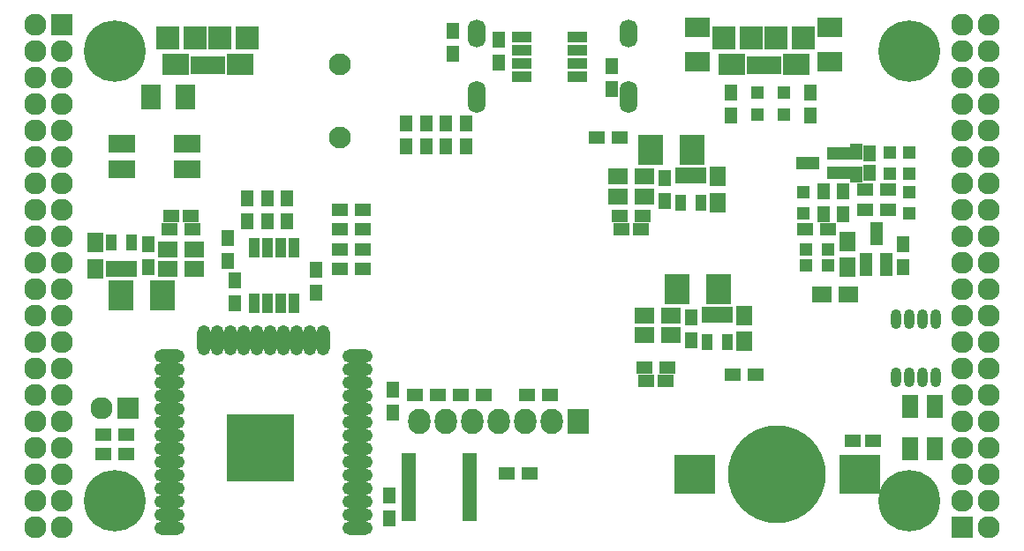
<source format=gbs>
G04 #@! TF.FileFunction,Soldermask,Bot*
%FSLAX46Y46*%
G04 Gerber Fmt 4.6, Leading zero omitted, Abs format (unit mm)*
G04 Created by KiCad (PCBNEW 4.0.5+dfsg1-4) date Thu May 18 22:33:06 2017*
%MOMM*%
%LPD*%
G01*
G04 APERTURE LIST*
%ADD10C,0.100000*%
%ADD11R,3.900000X3.700000*%
%ADD12C,9.400000*%
%ADD13R,2.432000X1.924000*%
%ADD14R,2.400000X2.900000*%
%ADD15R,1.100000X1.600000*%
%ADD16R,1.650000X1.900000*%
%ADD17R,1.900000X1.650000*%
%ADD18R,1.924000X2.432000*%
%ADD19O,1.009600X1.873200*%
%ADD20R,1.200000X1.300000*%
%ADD21R,1.300000X1.200000*%
%ADD22C,2.100000*%
%ADD23R,1.200000X2.300000*%
%ADD24R,2.300000X1.200000*%
%ADD25R,1.600000X1.150000*%
%ADD26R,1.150000X1.600000*%
%ADD27R,1.600000X1.300000*%
%ADD28R,1.300000X1.600000*%
%ADD29O,1.700000X3.100000*%
%ADD30O,1.700000X2.700000*%
%ADD31R,1.000000X1.950000*%
%ADD32R,1.950000X1.000000*%
%ADD33O,2.900000X1.300000*%
%ADD34O,1.300000X2.900000*%
%ADD35R,6.400000X6.400000*%
%ADD36R,2.127200X2.127200*%
%ADD37O,2.127200X2.127200*%
%ADD38C,5.900000*%
%ADD39R,1.400000X0.800000*%
%ADD40R,1.600000X2.200000*%
%ADD41R,2.600000X1.800000*%
%ADD42R,2.127200X2.432000*%
%ADD43O,2.127200X2.432000*%
%ADD44R,2.500000X2.000000*%
%ADD45R,2.300000X2.300000*%
%ADD46R,0.800000X1.750000*%
%ADD47R,2.200000X2.300000*%
G04 APERTURE END LIST*
D10*
D11*
X174390000Y-105870000D03*
X158590000Y-105870000D03*
D12*
X166490000Y-105870000D03*
D13*
X171570000Y-62944000D03*
X171570000Y-66246000D03*
D14*
X160870000Y-88090000D03*
X156870000Y-88090000D03*
D15*
X159825000Y-90600000D03*
X160775000Y-90600000D03*
X161725000Y-90600000D03*
X161725000Y-93200000D03*
X159825000Y-93200000D03*
D14*
X158330000Y-74755000D03*
X154330000Y-74755000D03*
D15*
X157285000Y-77235000D03*
X158235000Y-77235000D03*
X159185000Y-77235000D03*
X159185000Y-79835000D03*
X157285000Y-79835000D03*
D14*
X103530000Y-88725000D03*
X107530000Y-88725000D03*
D15*
X104575000Y-86215000D03*
X103625000Y-86215000D03*
X102675000Y-86215000D03*
X102675000Y-83615000D03*
X104575000Y-83615000D03*
D16*
X101085000Y-83665000D03*
X101085000Y-86165000D03*
D17*
X153810000Y-90630000D03*
X156310000Y-90630000D03*
X153810000Y-92535000D03*
X156310000Y-92535000D03*
D16*
X163315000Y-93150000D03*
X163315000Y-90650000D03*
D17*
X151270000Y-79200000D03*
X153770000Y-79200000D03*
X151270000Y-77295000D03*
X153770000Y-77295000D03*
D16*
X160775000Y-79815000D03*
X160775000Y-77315000D03*
D17*
X110590000Y-84280000D03*
X108090000Y-84280000D03*
X110590000Y-86185000D03*
X108090000Y-86185000D03*
D18*
X106419000Y-69675000D03*
X109721000Y-69675000D03*
D13*
X158870000Y-66246000D03*
X158870000Y-62944000D03*
D19*
X181730000Y-96599000D03*
X180460000Y-96599000D03*
X179190000Y-96599000D03*
X177920000Y-96599000D03*
X177920000Y-91011000D03*
X179190000Y-91011000D03*
X180460000Y-91011000D03*
X181730000Y-91011000D03*
D16*
X173221000Y-86038000D03*
X173221000Y-83538000D03*
D20*
X169250000Y-84280000D03*
X171350000Y-84280000D03*
D21*
X179190000Y-80885000D03*
X179190000Y-78785000D03*
X177285000Y-74975000D03*
X177285000Y-77075000D03*
X169030000Y-80885000D03*
X169030000Y-78785000D03*
D22*
X124580000Y-66540000D03*
X124580000Y-73540000D03*
D23*
X176965000Y-85780000D03*
X175065000Y-85780000D03*
X176015000Y-82780000D03*
D24*
X172435000Y-75075000D03*
X172435000Y-76975000D03*
X169435000Y-76025000D03*
D25*
X153910000Y-96910000D03*
X155810000Y-96910000D03*
X151570000Y-82375000D03*
X153470000Y-82375000D03*
X110290000Y-81105000D03*
X108390000Y-81105000D03*
D26*
X175380000Y-75075000D03*
X175380000Y-76975000D03*
D27*
X169200000Y-82375000D03*
X171400000Y-82375000D03*
D28*
X172840000Y-80935000D03*
X172840000Y-78735000D03*
D27*
X177115000Y-80470000D03*
X174915000Y-80470000D03*
D28*
X174110000Y-74925000D03*
X174110000Y-77125000D03*
X178555000Y-83815000D03*
X178555000Y-86015000D03*
X113785000Y-83180000D03*
X113785000Y-85380000D03*
X170935000Y-80935000D03*
X170935000Y-78735000D03*
X129280000Y-107900000D03*
X129280000Y-110100000D03*
D27*
X142780000Y-105800000D03*
X140580000Y-105800000D03*
X177115000Y-78565000D03*
X174915000Y-78565000D03*
X153760000Y-95640000D03*
X155960000Y-95640000D03*
X110440000Y-82375000D03*
X108240000Y-82375000D03*
X151420000Y-81105000D03*
X153620000Y-81105000D03*
D28*
X158235000Y-90800000D03*
X158235000Y-93000000D03*
X106165000Y-86015000D03*
X106165000Y-83815000D03*
X155695000Y-77465000D03*
X155695000Y-79665000D03*
D27*
X126782000Y-86185000D03*
X124582000Y-86185000D03*
X126782000Y-84279000D03*
X124582000Y-84279000D03*
X126782000Y-82375000D03*
X124582000Y-82375000D03*
X126782000Y-80470000D03*
X124582000Y-80470000D03*
D28*
X130930000Y-74417000D03*
X130930000Y-72217000D03*
X132835000Y-74417000D03*
X132835000Y-72217000D03*
X134740000Y-74417000D03*
X134740000Y-72217000D03*
X136645000Y-74417000D03*
X136645000Y-72217000D03*
D29*
X152280000Y-69650000D03*
X137680000Y-69650000D03*
D30*
X137680000Y-63600000D03*
X152280000Y-63600000D03*
D31*
X116325000Y-84120000D03*
X117595000Y-84120000D03*
X118865000Y-84120000D03*
X120135000Y-84120000D03*
X120135000Y-89520000D03*
X118865000Y-89520000D03*
X117595000Y-89520000D03*
X116325000Y-89520000D03*
D25*
X173795000Y-102695000D03*
X175695000Y-102695000D03*
D32*
X141980000Y-67705000D03*
X141980000Y-66435000D03*
X141980000Y-65165000D03*
X141980000Y-63895000D03*
X147380000Y-63895000D03*
X147380000Y-65165000D03*
X147380000Y-66435000D03*
X147380000Y-67705000D03*
D20*
X171350000Y-85804000D03*
X169250000Y-85804000D03*
D21*
X179190000Y-77075000D03*
X179190000Y-74975000D03*
D33*
X126260434Y-111030338D03*
X126260434Y-109760338D03*
X126260434Y-108490338D03*
X126260434Y-107220338D03*
X126260434Y-105950338D03*
X126260434Y-104680338D03*
X126260434Y-103410338D03*
X126260434Y-102140338D03*
X126260434Y-100870338D03*
X126260434Y-99600338D03*
X126260434Y-98330338D03*
X126260434Y-97060338D03*
X126260434Y-95790338D03*
X126260434Y-94520338D03*
D34*
X122975434Y-93030338D03*
X121705434Y-93030338D03*
X120435434Y-93030338D03*
X119165434Y-93030338D03*
X117895434Y-93030338D03*
X116625434Y-93030338D03*
X115355434Y-93030338D03*
X114085434Y-93030338D03*
X112815434Y-93030338D03*
X111545434Y-93030338D03*
D33*
X108260434Y-94520338D03*
X108260434Y-95790338D03*
X108260434Y-97060338D03*
X108260434Y-98330338D03*
X108260434Y-99600338D03*
X108260434Y-100870338D03*
X108260434Y-102140338D03*
X108260434Y-103410338D03*
X108260434Y-104680338D03*
X108260434Y-105950338D03*
X108260434Y-107220338D03*
X108260434Y-108490338D03*
X108260434Y-109760338D03*
X108260434Y-111030338D03*
D35*
X116960434Y-103330338D03*
D36*
X97910000Y-62690000D03*
D37*
X95370000Y-62690000D03*
X97910000Y-65230000D03*
X95370000Y-65230000D03*
X97910000Y-67770000D03*
X95370000Y-67770000D03*
X97910000Y-70310000D03*
X95370000Y-70310000D03*
X97910000Y-72850000D03*
X95370000Y-72850000D03*
X97910000Y-75390000D03*
X95370000Y-75390000D03*
X97910000Y-77930000D03*
X95370000Y-77930000D03*
X97910000Y-80470000D03*
X95370000Y-80470000D03*
X97910000Y-83010000D03*
X95370000Y-83010000D03*
X97910000Y-85550000D03*
X95370000Y-85550000D03*
X97910000Y-88090000D03*
X95370000Y-88090000D03*
X97910000Y-90630000D03*
X95370000Y-90630000D03*
X97910000Y-93170000D03*
X95370000Y-93170000D03*
X97910000Y-95710000D03*
X95370000Y-95710000D03*
X97910000Y-98250000D03*
X95370000Y-98250000D03*
X97910000Y-100790000D03*
X95370000Y-100790000D03*
X97910000Y-103330000D03*
X95370000Y-103330000D03*
X97910000Y-105870000D03*
X95370000Y-105870000D03*
X97910000Y-108410000D03*
X95370000Y-108410000D03*
X97910000Y-110950000D03*
X95370000Y-110950000D03*
D36*
X184270000Y-110950000D03*
D37*
X186810000Y-110950000D03*
X184270000Y-108410000D03*
X186810000Y-108410000D03*
X184270000Y-105870000D03*
X186810000Y-105870000D03*
X184270000Y-103330000D03*
X186810000Y-103330000D03*
X184270000Y-100790000D03*
X186810000Y-100790000D03*
X184270000Y-98250000D03*
X186810000Y-98250000D03*
X184270000Y-95710000D03*
X186810000Y-95710000D03*
X184270000Y-93170000D03*
X186810000Y-93170000D03*
X184270000Y-90630000D03*
X186810000Y-90630000D03*
X184270000Y-88090000D03*
X186810000Y-88090000D03*
X184270000Y-85550000D03*
X186810000Y-85550000D03*
X184270000Y-83010000D03*
X186810000Y-83010000D03*
X184270000Y-80470000D03*
X186810000Y-80470000D03*
X184270000Y-77930000D03*
X186810000Y-77930000D03*
X184270000Y-75390000D03*
X186810000Y-75390000D03*
X184270000Y-72850000D03*
X186810000Y-72850000D03*
X184270000Y-70310000D03*
X186810000Y-70310000D03*
X184270000Y-67770000D03*
X186810000Y-67770000D03*
X184270000Y-65230000D03*
X186810000Y-65230000D03*
X184270000Y-62690000D03*
X186810000Y-62690000D03*
D38*
X102990000Y-108410000D03*
X179190000Y-108410000D03*
X179190000Y-65230000D03*
X102990000Y-65230000D03*
D21*
X167125000Y-69260000D03*
X167125000Y-71360000D03*
X164585000Y-69260000D03*
X164585000Y-71360000D03*
D28*
X162045000Y-71410000D03*
X162045000Y-69210000D03*
X139820000Y-66330000D03*
X139820000Y-64130000D03*
X135375000Y-63300000D03*
X135375000Y-65500000D03*
X150615000Y-68870000D03*
X150615000Y-66670000D03*
D27*
X151380000Y-73600000D03*
X149180000Y-73600000D03*
D39*
X137005000Y-104215000D03*
X137005000Y-104865000D03*
X137005000Y-105515000D03*
X137005000Y-106165000D03*
X137005000Y-106815000D03*
X137005000Y-107465000D03*
X137005000Y-108115000D03*
X137005000Y-108765000D03*
X137005000Y-109415000D03*
X137005000Y-110065000D03*
X131205000Y-110065000D03*
X131205000Y-109415000D03*
X131205000Y-108765000D03*
X131205000Y-108115000D03*
X131205000Y-107465000D03*
X131205000Y-106815000D03*
X131205000Y-106165000D03*
X131205000Y-105515000D03*
X131205000Y-104865000D03*
X131205000Y-104215000D03*
D28*
X119500000Y-79370000D03*
X119500000Y-81570000D03*
X114480000Y-89500000D03*
X114480000Y-87300000D03*
X129660000Y-99985000D03*
X129660000Y-97785000D03*
X117595000Y-79370000D03*
X117595000Y-81570000D03*
X122280000Y-86300000D03*
X122280000Y-88500000D03*
X115690000Y-79370000D03*
X115690000Y-81570000D03*
D27*
X144730000Y-98250000D03*
X142530000Y-98250000D03*
X138380000Y-98250000D03*
X136180000Y-98250000D03*
X133935000Y-98250000D03*
X131735000Y-98250000D03*
X101890000Y-103965000D03*
X104090000Y-103965000D03*
D40*
X179260000Y-99425000D03*
X179260000Y-103425000D03*
X181660000Y-103425000D03*
X181660000Y-99425000D03*
D41*
X109950000Y-76640000D03*
X103650000Y-76640000D03*
X103650000Y-74140000D03*
X109950000Y-74140000D03*
D36*
X104260000Y-99520000D03*
D37*
X101720000Y-99520000D03*
D42*
X147440000Y-100790000D03*
D43*
X144900000Y-100790000D03*
X142360000Y-100790000D03*
X139820000Y-100790000D03*
X137280000Y-100790000D03*
X134740000Y-100790000D03*
X132200000Y-100790000D03*
D27*
X101890000Y-102060000D03*
X104090000Y-102060000D03*
D44*
X108780000Y-66510000D03*
X114980000Y-66510000D03*
D45*
X110680000Y-63960000D03*
X113080000Y-63960000D03*
D46*
X110580000Y-66635000D03*
X111230000Y-66635000D03*
X111880000Y-66635000D03*
X112530000Y-66635000D03*
X113180000Y-66635000D03*
D47*
X108080000Y-63960000D03*
X115680000Y-63960000D03*
D44*
X162120000Y-66510000D03*
X168320000Y-66510000D03*
D45*
X164020000Y-63960000D03*
X166420000Y-63960000D03*
D46*
X163920000Y-66635000D03*
X164570000Y-66635000D03*
X165220000Y-66635000D03*
X165870000Y-66635000D03*
X166520000Y-66635000D03*
D47*
X161420000Y-63960000D03*
X169020000Y-63960000D03*
D17*
X173330000Y-88600000D03*
X170830000Y-88600000D03*
D27*
X164415000Y-96345000D03*
X162215000Y-96345000D03*
D28*
X169665000Y-69210000D03*
X169665000Y-71410000D03*
M02*

</source>
